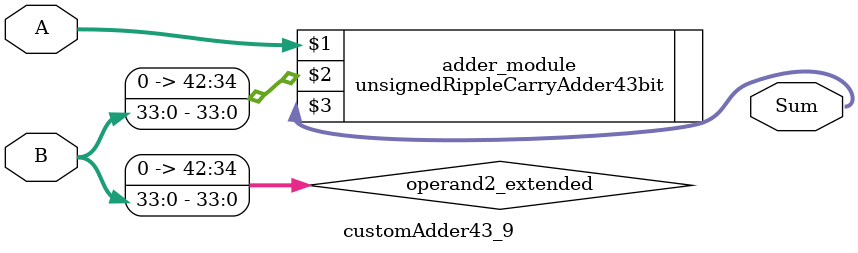
<source format=v>
module customAdder43_9(
                        input [42 : 0] A,
                        input [33 : 0] B,
                        
                        output [43 : 0] Sum
                );

        wire [42 : 0] operand2_extended;
        
        assign operand2_extended =  {9'b0, B};
        
        unsignedRippleCarryAdder43bit adder_module(
            A,
            operand2_extended,
            Sum
        );
        
        endmodule
        
</source>
